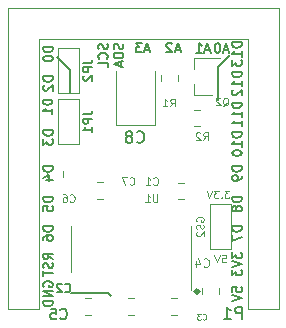
<source format=gbr>
G04 #@! TF.GenerationSoftware,KiCad,Pcbnew,(5.1.5)-3*
G04 #@! TF.CreationDate,2020-12-08T16:15:33+01:00*
G04 #@! TF.ProjectId,Microduino_UART,4d696372-6f64-4756-996e-6f5f55415254,0.0*
G04 #@! TF.SameCoordinates,Original*
G04 #@! TF.FileFunction,Legend,Bot*
G04 #@! TF.FilePolarity,Positive*
%FSLAX46Y46*%
G04 Gerber Fmt 4.6, Leading zero omitted, Abs format (unit mm)*
G04 Created by KiCad (PCBNEW (5.1.5)-3) date 2020-12-08 16:15:33*
%MOMM*%
%LPD*%
G04 APERTURE LIST*
%ADD10C,0.099200*%
%ADD11C,0.302400*%
%ADD12C,0.150000*%
%ADD13C,0.120000*%
%ADD14C,0.100140*%
%ADD15C,0.124600*%
G04 APERTURE END LIST*
D10*
X158085342Y-84864114D02*
X158392200Y-84864114D01*
X158422885Y-85170971D01*
X158392200Y-85140285D01*
X158330828Y-85109600D01*
X158177400Y-85109600D01*
X158116028Y-85140285D01*
X158085342Y-85170971D01*
X158054657Y-85232342D01*
X158054657Y-85385771D01*
X158085342Y-85447142D01*
X158116028Y-85477828D01*
X158177400Y-85508514D01*
X158330828Y-85508514D01*
X158392200Y-85477828D01*
X158422885Y-85447142D01*
X157870542Y-84864114D02*
X157655742Y-85508514D01*
X157440942Y-84864114D01*
X158710657Y-79428514D02*
X158311742Y-79428514D01*
X158526542Y-79674000D01*
X158434485Y-79674000D01*
X158373114Y-79704685D01*
X158342428Y-79735371D01*
X158311742Y-79796742D01*
X158311742Y-79950171D01*
X158342428Y-80011542D01*
X158373114Y-80042228D01*
X158434485Y-80072914D01*
X158618600Y-80072914D01*
X158679971Y-80042228D01*
X158710657Y-80011542D01*
X158035571Y-80011542D02*
X158004885Y-80042228D01*
X158035571Y-80072914D01*
X158066257Y-80042228D01*
X158035571Y-80011542D01*
X158035571Y-80072914D01*
X157790085Y-79428514D02*
X157391171Y-79428514D01*
X157605971Y-79674000D01*
X157513914Y-79674000D01*
X157452542Y-79704685D01*
X157421857Y-79735371D01*
X157391171Y-79796742D01*
X157391171Y-79950171D01*
X157421857Y-80011542D01*
X157452542Y-80042228D01*
X157513914Y-80072914D01*
X157698028Y-80072914D01*
X157759400Y-80042228D01*
X157790085Y-80011542D01*
X157207057Y-79428514D02*
X156992257Y-80072914D01*
X156777457Y-79428514D01*
D11*
X156104486Y-87960200D02*
G75*
G03X156104486Y-87960200I-148486J0D01*
G01*
D12*
X148437600Y-88112600D02*
X148717000Y-88341200D01*
X145262600Y-88112600D02*
X148437600Y-88112600D01*
D13*
X154855678Y-78753900D02*
X154338522Y-78753900D01*
X154855678Y-80173900D02*
X154338522Y-80173900D01*
X150626578Y-88507500D02*
X150109422Y-88507500D01*
X150626578Y-89927500D02*
X150109422Y-89927500D01*
X154271478Y-89940200D02*
X153754322Y-89940200D01*
X154271478Y-88520200D02*
X153754322Y-88520200D01*
X156389000Y-88155278D02*
X156389000Y-87638122D01*
X157809000Y-88155278D02*
X157809000Y-87638122D01*
X146981678Y-88507500D02*
X146464522Y-88507500D01*
X146981678Y-89927500D02*
X146464522Y-89927500D01*
X145936700Y-71699200D02*
X145936700Y-75519200D01*
X145936700Y-75519200D02*
X144156700Y-75519200D01*
X144156700Y-75519200D02*
X144156700Y-71699200D01*
X145936700Y-71699200D02*
X144156700Y-71699200D01*
X145936700Y-67355800D02*
X144156700Y-67355800D01*
X144156700Y-71175800D02*
X144156700Y-67355800D01*
X145936700Y-71175800D02*
X144156700Y-71175800D01*
X145936700Y-67355800D02*
X145936700Y-71175800D01*
D12*
X145169400Y-69263400D02*
X144069400Y-68163400D01*
X145169400Y-69263400D02*
X145169400Y-71063400D01*
X158769400Y-67963400D02*
X157769400Y-68963400D01*
X157769400Y-68963400D02*
X157769400Y-71763400D01*
D13*
X139919400Y-89493400D02*
X139919400Y-63973400D01*
X139919400Y-63973400D02*
X162899400Y-63973400D01*
X162899400Y-89493400D02*
X162899400Y-63973400D01*
X160239400Y-89493400D02*
X160239400Y-66633400D01*
X160239400Y-66633400D02*
X142579400Y-66633400D01*
X142579400Y-89493400D02*
X142579400Y-66633400D01*
X142579400Y-89493400D02*
X142579400Y-82683400D01*
X162899400Y-89493400D02*
X160239400Y-89493400D01*
X139919400Y-89493400D02*
X142579400Y-89493400D01*
X162899400Y-67843400D02*
X162899400Y-66513400D01*
X155729400Y-71379200D02*
X155729400Y-70449200D01*
X155729400Y-68219200D02*
X155729400Y-69149200D01*
X155729400Y-68219200D02*
X157889400Y-68219200D01*
X155729400Y-71379200D02*
X157189400Y-71379200D01*
X152921900Y-70133978D02*
X152921900Y-69616822D01*
X154341900Y-70133978D02*
X154341900Y-69616822D01*
X156189178Y-72581700D02*
X155672022Y-72581700D01*
X156189178Y-74001700D02*
X155672022Y-74001700D01*
X145295300Y-84366100D02*
X145295300Y-82416100D01*
X145295300Y-84366100D02*
X145295300Y-86316100D01*
X155415300Y-84366100D02*
X155415300Y-82416100D01*
X155415300Y-84366100D02*
X155415300Y-87816100D01*
X143231800Y-77770222D02*
X143231800Y-78287378D01*
X144651800Y-77770222D02*
X144651800Y-78287378D01*
X148010378Y-80110400D02*
X147493222Y-80110400D01*
X148010378Y-78690400D02*
X147493222Y-78690400D01*
X157059900Y-84383800D02*
X157059900Y-80563800D01*
X157059900Y-80563800D02*
X158839900Y-80563800D01*
X158839900Y-80563800D02*
X158839900Y-84383800D01*
X157059900Y-84383800D02*
X158839900Y-84383800D01*
X152373600Y-73856500D02*
X152373600Y-69306500D01*
X149073600Y-73856500D02*
X149073600Y-69306500D01*
X152373600Y-73856500D02*
X149073600Y-73856500D01*
D14*
X152266100Y-78893942D02*
X152296785Y-78924628D01*
X152388842Y-78955314D01*
X152450214Y-78955314D01*
X152542271Y-78924628D01*
X152603642Y-78863257D01*
X152634328Y-78801885D01*
X152665014Y-78679142D01*
X152665014Y-78587085D01*
X152634328Y-78464342D01*
X152603642Y-78402971D01*
X152542271Y-78341600D01*
X152450214Y-78310914D01*
X152388842Y-78310914D01*
X152296785Y-78341600D01*
X152266100Y-78372285D01*
X151652385Y-78955314D02*
X152020614Y-78955314D01*
X151836500Y-78955314D02*
X151836500Y-78310914D01*
X151897871Y-78402971D01*
X151959242Y-78464342D01*
X152020614Y-78495028D01*
D12*
X144777333Y-87985328D02*
X144812857Y-88020852D01*
X144919428Y-88056376D01*
X144990476Y-88056376D01*
X145097047Y-88020852D01*
X145168095Y-87949804D01*
X145203619Y-87878757D01*
X145239142Y-87736661D01*
X145239142Y-87630090D01*
X145203619Y-87487995D01*
X145168095Y-87416947D01*
X145097047Y-87345900D01*
X144990476Y-87310376D01*
X144919428Y-87310376D01*
X144812857Y-87345900D01*
X144777333Y-87381423D01*
X144493142Y-87381423D02*
X144457619Y-87345900D01*
X144386571Y-87310376D01*
X144208952Y-87310376D01*
X144137904Y-87345900D01*
X144102380Y-87381423D01*
X144066857Y-87452471D01*
X144066857Y-87523519D01*
X144102380Y-87630090D01*
X144528666Y-88056376D01*
X144066857Y-88056376D01*
D10*
X156444400Y-90307614D02*
X156467828Y-90331042D01*
X156538114Y-90354471D01*
X156584971Y-90354471D01*
X156655257Y-90331042D01*
X156702114Y-90284185D01*
X156725542Y-90237328D01*
X156748971Y-90143614D01*
X156748971Y-90073328D01*
X156725542Y-89979614D01*
X156702114Y-89932757D01*
X156655257Y-89885900D01*
X156584971Y-89862471D01*
X156538114Y-89862471D01*
X156467828Y-89885900D01*
X156444400Y-89909328D01*
X156280400Y-89862471D02*
X155975828Y-89862471D01*
X156139828Y-90049900D01*
X156069542Y-90049900D01*
X156022685Y-90073328D01*
X155999257Y-90096757D01*
X155975828Y-90143614D01*
X155975828Y-90260757D01*
X155999257Y-90307614D01*
X156022685Y-90331042D01*
X156069542Y-90354471D01*
X156210114Y-90354471D01*
X156256971Y-90331042D01*
X156280400Y-90307614D01*
D15*
X156524833Y-85839028D02*
X156560357Y-85874552D01*
X156666928Y-85910076D01*
X156737976Y-85910076D01*
X156844547Y-85874552D01*
X156915595Y-85803504D01*
X156951119Y-85732457D01*
X156986642Y-85590361D01*
X156986642Y-85483790D01*
X156951119Y-85341695D01*
X156915595Y-85270647D01*
X156844547Y-85199600D01*
X156737976Y-85164076D01*
X156666928Y-85164076D01*
X156560357Y-85199600D01*
X156524833Y-85235123D01*
X155885404Y-85412742D02*
X155885404Y-85910076D01*
X156063023Y-85128552D02*
X156240642Y-85661409D01*
X155778833Y-85661409D01*
D12*
X144370933Y-90236857D02*
X144413714Y-90279638D01*
X144542057Y-90322419D01*
X144627619Y-90322419D01*
X144755961Y-90279638D01*
X144841523Y-90194076D01*
X144884304Y-90108514D01*
X144927085Y-89937390D01*
X144927085Y-89809047D01*
X144884304Y-89637923D01*
X144841523Y-89552361D01*
X144755961Y-89466800D01*
X144627619Y-89424019D01*
X144542057Y-89424019D01*
X144413714Y-89466800D01*
X144370933Y-89509580D01*
X143558095Y-89424019D02*
X143985904Y-89424019D01*
X144028685Y-89851828D01*
X143985904Y-89809047D01*
X143900342Y-89766266D01*
X143686438Y-89766266D01*
X143600876Y-89809047D01*
X143558095Y-89851828D01*
X143515314Y-89937390D01*
X143515314Y-90151295D01*
X143558095Y-90236857D01*
X143600876Y-90279638D01*
X143686438Y-90322419D01*
X143900342Y-90322419D01*
X143985904Y-90279638D01*
X144028685Y-90236857D01*
X146338176Y-72987533D02*
X146871033Y-72987533D01*
X146977604Y-72952009D01*
X147048652Y-72880961D01*
X147084176Y-72774390D01*
X147084176Y-72703342D01*
X147084176Y-73342771D02*
X146338176Y-73342771D01*
X146338176Y-73626961D01*
X146373700Y-73698009D01*
X146409223Y-73733533D01*
X146480271Y-73769057D01*
X146586842Y-73769057D01*
X146657890Y-73733533D01*
X146693414Y-73698009D01*
X146728938Y-73626961D01*
X146728938Y-73342771D01*
X147084176Y-74479533D02*
X147084176Y-74053247D01*
X147084176Y-74266390D02*
X146338176Y-74266390D01*
X146444747Y-74195342D01*
X146515795Y-74124295D01*
X146551319Y-74053247D01*
X146338176Y-68644133D02*
X146871033Y-68644133D01*
X146977604Y-68608609D01*
X147048652Y-68537561D01*
X147084176Y-68430990D01*
X147084176Y-68359942D01*
X147084176Y-68999371D02*
X146338176Y-68999371D01*
X146338176Y-69283561D01*
X146373700Y-69354609D01*
X146409223Y-69390133D01*
X146480271Y-69425657D01*
X146586842Y-69425657D01*
X146657890Y-69390133D01*
X146693414Y-69354609D01*
X146728938Y-69283561D01*
X146728938Y-68999371D01*
X146409223Y-69709847D02*
X146373700Y-69745371D01*
X146338176Y-69816419D01*
X146338176Y-69994038D01*
X146373700Y-70065085D01*
X146409223Y-70100609D01*
X146480271Y-70136133D01*
X146551319Y-70136133D01*
X146657890Y-70100609D01*
X147084176Y-69674323D01*
X147084176Y-70136133D01*
X159767495Y-90292180D02*
X159767495Y-89292180D01*
X159386542Y-89292180D01*
X159291304Y-89339800D01*
X159243685Y-89387419D01*
X159196066Y-89482657D01*
X159196066Y-89625514D01*
X159243685Y-89720752D01*
X159291304Y-89768371D01*
X159386542Y-89815990D01*
X159767495Y-89815990D01*
X158243685Y-90292180D02*
X158815114Y-90292180D01*
X158529400Y-90292180D02*
X158529400Y-89292180D01*
X158624638Y-89435038D01*
X158719876Y-89530276D01*
X158815114Y-89577895D01*
X142969400Y-87553876D02*
X142931304Y-87477685D01*
X142931304Y-87363400D01*
X142969400Y-87249114D01*
X143045590Y-87172923D01*
X143121780Y-87134828D01*
X143274161Y-87096733D01*
X143388447Y-87096733D01*
X143540828Y-87134828D01*
X143617019Y-87172923D01*
X143693209Y-87249114D01*
X143731304Y-87363400D01*
X143731304Y-87439590D01*
X143693209Y-87553876D01*
X143655114Y-87591971D01*
X143388447Y-87591971D01*
X143388447Y-87439590D01*
X143731304Y-87934828D02*
X142931304Y-87934828D01*
X143731304Y-88391971D01*
X142931304Y-88391971D01*
X143731304Y-88772923D02*
X142931304Y-88772923D01*
X142931304Y-88963400D01*
X142969400Y-89077685D01*
X143045590Y-89153876D01*
X143121780Y-89191971D01*
X143274161Y-89230066D01*
X143388447Y-89230066D01*
X143540828Y-89191971D01*
X143617019Y-89153876D01*
X143693209Y-89077685D01*
X143731304Y-88963400D01*
X143731304Y-88772923D01*
X143731304Y-85225304D02*
X143350352Y-84958638D01*
X143731304Y-84768161D02*
X142931304Y-84768161D01*
X142931304Y-85072923D01*
X142969400Y-85149114D01*
X143007495Y-85187209D01*
X143083685Y-85225304D01*
X143197971Y-85225304D01*
X143274161Y-85187209D01*
X143312257Y-85149114D01*
X143350352Y-85072923D01*
X143350352Y-84768161D01*
X143693209Y-85530066D02*
X143731304Y-85644352D01*
X143731304Y-85834828D01*
X143693209Y-85911019D01*
X143655114Y-85949114D01*
X143578923Y-85987209D01*
X143502733Y-85987209D01*
X143426542Y-85949114D01*
X143388447Y-85911019D01*
X143350352Y-85834828D01*
X143312257Y-85682447D01*
X143274161Y-85606257D01*
X143236066Y-85568161D01*
X143159876Y-85530066D01*
X143083685Y-85530066D01*
X143007495Y-85568161D01*
X142969400Y-85606257D01*
X142931304Y-85682447D01*
X142931304Y-85872923D01*
X142969400Y-85987209D01*
X142931304Y-86215780D02*
X142931304Y-86672923D01*
X143731304Y-86444352D02*
X142931304Y-86444352D01*
X143731304Y-82472923D02*
X142931304Y-82472923D01*
X142931304Y-82663400D01*
X142969400Y-82777685D01*
X143045590Y-82853876D01*
X143121780Y-82891971D01*
X143274161Y-82930066D01*
X143388447Y-82930066D01*
X143540828Y-82891971D01*
X143617019Y-82853876D01*
X143693209Y-82777685D01*
X143731304Y-82663400D01*
X143731304Y-82472923D01*
X142931304Y-83615780D02*
X142931304Y-83463400D01*
X142969400Y-83387209D01*
X143007495Y-83349114D01*
X143121780Y-83272923D01*
X143274161Y-83234828D01*
X143578923Y-83234828D01*
X143655114Y-83272923D01*
X143693209Y-83311019D01*
X143731304Y-83387209D01*
X143731304Y-83539590D01*
X143693209Y-83615780D01*
X143655114Y-83653876D01*
X143578923Y-83691971D01*
X143388447Y-83691971D01*
X143312257Y-83653876D01*
X143274161Y-83615780D01*
X143236066Y-83539590D01*
X143236066Y-83387209D01*
X143274161Y-83311019D01*
X143312257Y-83272923D01*
X143388447Y-83234828D01*
X143731304Y-79972923D02*
X142931304Y-79972923D01*
X142931304Y-80163400D01*
X142969400Y-80277685D01*
X143045590Y-80353876D01*
X143121780Y-80391971D01*
X143274161Y-80430066D01*
X143388447Y-80430066D01*
X143540828Y-80391971D01*
X143617019Y-80353876D01*
X143693209Y-80277685D01*
X143731304Y-80163400D01*
X143731304Y-79972923D01*
X142931304Y-81153876D02*
X142931304Y-80772923D01*
X143312257Y-80734828D01*
X143274161Y-80772923D01*
X143236066Y-80849114D01*
X143236066Y-81039590D01*
X143274161Y-81115780D01*
X143312257Y-81153876D01*
X143388447Y-81191971D01*
X143578923Y-81191971D01*
X143655114Y-81153876D01*
X143693209Y-81115780D01*
X143731304Y-81039590D01*
X143731304Y-80849114D01*
X143693209Y-80772923D01*
X143655114Y-80734828D01*
X143731304Y-77372923D02*
X142931304Y-77372923D01*
X142931304Y-77563400D01*
X142969400Y-77677685D01*
X143045590Y-77753876D01*
X143121780Y-77791971D01*
X143274161Y-77830066D01*
X143388447Y-77830066D01*
X143540828Y-77791971D01*
X143617019Y-77753876D01*
X143693209Y-77677685D01*
X143731304Y-77563400D01*
X143731304Y-77372923D01*
X143197971Y-78515780D02*
X143731304Y-78515780D01*
X142893209Y-78325304D02*
X143464638Y-78134828D01*
X143464638Y-78630066D01*
X143757604Y-74326823D02*
X142957604Y-74326823D01*
X142957604Y-74517300D01*
X142995700Y-74631585D01*
X143071890Y-74707776D01*
X143148080Y-74745871D01*
X143300461Y-74783966D01*
X143414747Y-74783966D01*
X143567128Y-74745871D01*
X143643319Y-74707776D01*
X143719509Y-74631585D01*
X143757604Y-74517300D01*
X143757604Y-74326823D01*
X142957604Y-75050633D02*
X142957604Y-75545871D01*
X143262366Y-75279204D01*
X143262366Y-75393490D01*
X143300461Y-75469680D01*
X143338557Y-75507776D01*
X143414747Y-75545871D01*
X143605223Y-75545871D01*
X143681414Y-75507776D01*
X143719509Y-75469680D01*
X143757604Y-75393490D01*
X143757604Y-75164919D01*
X143719509Y-75088728D01*
X143681414Y-75050633D01*
X143719504Y-71723323D02*
X142919504Y-71723323D01*
X142919504Y-71913800D01*
X142957600Y-72028085D01*
X143033790Y-72104276D01*
X143109980Y-72142371D01*
X143262361Y-72180466D01*
X143376647Y-72180466D01*
X143529028Y-72142371D01*
X143605219Y-72104276D01*
X143681409Y-72028085D01*
X143719504Y-71913800D01*
X143719504Y-71723323D01*
X143719504Y-72942371D02*
X143719504Y-72485228D01*
X143719504Y-72713800D02*
X142919504Y-72713800D01*
X143033790Y-72637609D01*
X143109980Y-72561419D01*
X143148076Y-72485228D01*
X143731304Y-69772923D02*
X142931304Y-69772923D01*
X142931304Y-69963400D01*
X142969400Y-70077685D01*
X143045590Y-70153876D01*
X143121780Y-70191971D01*
X143274161Y-70230066D01*
X143388447Y-70230066D01*
X143540828Y-70191971D01*
X143617019Y-70153876D01*
X143693209Y-70077685D01*
X143731304Y-69963400D01*
X143731304Y-69772923D01*
X143007495Y-70534828D02*
X142969400Y-70572923D01*
X142931304Y-70649114D01*
X142931304Y-70839590D01*
X142969400Y-70915780D01*
X143007495Y-70953876D01*
X143083685Y-70991971D01*
X143159876Y-70991971D01*
X143274161Y-70953876D01*
X143731304Y-70496733D01*
X143731304Y-70991971D01*
X143731304Y-67272923D02*
X142931304Y-67272923D01*
X142931304Y-67463400D01*
X142969400Y-67577685D01*
X143045590Y-67653876D01*
X143121780Y-67691971D01*
X143274161Y-67730066D01*
X143388447Y-67730066D01*
X143540828Y-67691971D01*
X143617019Y-67653876D01*
X143693209Y-67577685D01*
X143731304Y-67463400D01*
X143731304Y-67272923D01*
X142931304Y-68225304D02*
X142931304Y-68301495D01*
X142969400Y-68377685D01*
X143007495Y-68415780D01*
X143083685Y-68453876D01*
X143236066Y-68491971D01*
X143426542Y-68491971D01*
X143578923Y-68453876D01*
X143655114Y-68415780D01*
X143693209Y-68377685D01*
X143731304Y-68301495D01*
X143731304Y-68225304D01*
X143693209Y-68149114D01*
X143655114Y-68111019D01*
X143578923Y-68072923D01*
X143426542Y-68034828D01*
X143236066Y-68034828D01*
X143083685Y-68072923D01*
X143007495Y-68111019D01*
X142969400Y-68149114D01*
X142931304Y-68225304D01*
X148355009Y-67005319D02*
X148393104Y-67119604D01*
X148393104Y-67310080D01*
X148355009Y-67386271D01*
X148316914Y-67424366D01*
X148240723Y-67462461D01*
X148164533Y-67462461D01*
X148088342Y-67424366D01*
X148050247Y-67386271D01*
X148012152Y-67310080D01*
X147974057Y-67157700D01*
X147935961Y-67081509D01*
X147897866Y-67043414D01*
X147821676Y-67005319D01*
X147745485Y-67005319D01*
X147669295Y-67043414D01*
X147631200Y-67081509D01*
X147593104Y-67157700D01*
X147593104Y-67348176D01*
X147631200Y-67462461D01*
X148316914Y-68262461D02*
X148355009Y-68224366D01*
X148393104Y-68110080D01*
X148393104Y-68033890D01*
X148355009Y-67919604D01*
X148278819Y-67843414D01*
X148202628Y-67805319D01*
X148050247Y-67767223D01*
X147935961Y-67767223D01*
X147783580Y-67805319D01*
X147707390Y-67843414D01*
X147631200Y-67919604D01*
X147593104Y-68033890D01*
X147593104Y-68110080D01*
X147631200Y-68224366D01*
X147669295Y-68262461D01*
X148393104Y-68986271D02*
X148393104Y-68605319D01*
X147593104Y-68605319D01*
X149688509Y-66986271D02*
X149726604Y-67100557D01*
X149726604Y-67291033D01*
X149688509Y-67367223D01*
X149650414Y-67405319D01*
X149574223Y-67443414D01*
X149498033Y-67443414D01*
X149421842Y-67405319D01*
X149383747Y-67367223D01*
X149345652Y-67291033D01*
X149307557Y-67138652D01*
X149269461Y-67062461D01*
X149231366Y-67024366D01*
X149155176Y-66986271D01*
X149078985Y-66986271D01*
X149002795Y-67024366D01*
X148964700Y-67062461D01*
X148926604Y-67138652D01*
X148926604Y-67329128D01*
X148964700Y-67443414D01*
X149726604Y-67786271D02*
X148926604Y-67786271D01*
X148926604Y-67976747D01*
X148964700Y-68091033D01*
X149040890Y-68167223D01*
X149117080Y-68205319D01*
X149269461Y-68243414D01*
X149383747Y-68243414D01*
X149536128Y-68205319D01*
X149612319Y-68167223D01*
X149688509Y-68091033D01*
X149726604Y-67976747D01*
X149726604Y-67786271D01*
X149498033Y-68548176D02*
X149498033Y-68929128D01*
X149726604Y-68471985D02*
X148926604Y-68738652D01*
X149726604Y-69005319D01*
X151930028Y-67506833D02*
X151549076Y-67506833D01*
X152006219Y-67735404D02*
X151739552Y-66935404D01*
X151472885Y-67735404D01*
X151282409Y-66935404D02*
X150787171Y-66935404D01*
X151053838Y-67240166D01*
X150939552Y-67240166D01*
X150863361Y-67278261D01*
X150825266Y-67316357D01*
X150787171Y-67392547D01*
X150787171Y-67583023D01*
X150825266Y-67659214D01*
X150863361Y-67697309D01*
X150939552Y-67735404D01*
X151168123Y-67735404D01*
X151244314Y-67697309D01*
X151282409Y-67659214D01*
X154520828Y-67494133D02*
X154139876Y-67494133D01*
X154597019Y-67722704D02*
X154330352Y-66922704D01*
X154063685Y-67722704D01*
X153835114Y-66998895D02*
X153797019Y-66960800D01*
X153720828Y-66922704D01*
X153530352Y-66922704D01*
X153454161Y-66960800D01*
X153416066Y-66998895D01*
X153377971Y-67075085D01*
X153377971Y-67151276D01*
X153416066Y-67265561D01*
X153873209Y-67722704D01*
X153377971Y-67722704D01*
X157035428Y-67519533D02*
X156654476Y-67519533D01*
X157111619Y-67748104D02*
X156844952Y-66948104D01*
X156578285Y-67748104D01*
X155892571Y-67748104D02*
X156349714Y-67748104D01*
X156121142Y-67748104D02*
X156121142Y-66948104D01*
X156197333Y-67062390D01*
X156273523Y-67138580D01*
X156349714Y-67176676D01*
X158597528Y-67519533D02*
X158216576Y-67519533D01*
X158673719Y-67748104D02*
X158407052Y-66948104D01*
X158140385Y-67748104D01*
X157721338Y-66948104D02*
X157645147Y-66948104D01*
X157568957Y-66986200D01*
X157530861Y-67024295D01*
X157492766Y-67100485D01*
X157454671Y-67252866D01*
X157454671Y-67443342D01*
X157492766Y-67595723D01*
X157530861Y-67671914D01*
X157568957Y-67710009D01*
X157645147Y-67748104D01*
X157721338Y-67748104D01*
X157797528Y-67710009D01*
X157835623Y-67671914D01*
X157873719Y-67595723D01*
X157911814Y-67443342D01*
X157911814Y-67252866D01*
X157873719Y-67100485D01*
X157835623Y-67024295D01*
X157797528Y-66986200D01*
X157721338Y-66948104D01*
X159731304Y-66891971D02*
X158931304Y-66891971D01*
X158931304Y-67082447D01*
X158969400Y-67196733D01*
X159045590Y-67272923D01*
X159121780Y-67311019D01*
X159274161Y-67349114D01*
X159388447Y-67349114D01*
X159540828Y-67311019D01*
X159617019Y-67272923D01*
X159693209Y-67196733D01*
X159731304Y-67082447D01*
X159731304Y-66891971D01*
X159731304Y-68111019D02*
X159731304Y-67653876D01*
X159731304Y-67882447D02*
X158931304Y-67882447D01*
X159045590Y-67806257D01*
X159121780Y-67730066D01*
X159159876Y-67653876D01*
X158931304Y-68377685D02*
X158931304Y-68872923D01*
X159236066Y-68606257D01*
X159236066Y-68720542D01*
X159274161Y-68796733D01*
X159312257Y-68834828D01*
X159388447Y-68872923D01*
X159578923Y-68872923D01*
X159655114Y-68834828D01*
X159693209Y-68796733D01*
X159731304Y-68720542D01*
X159731304Y-68491971D01*
X159693209Y-68415780D01*
X159655114Y-68377685D01*
X159731304Y-69391971D02*
X158931304Y-69391971D01*
X158931304Y-69582447D01*
X158969400Y-69696733D01*
X159045590Y-69772923D01*
X159121780Y-69811019D01*
X159274161Y-69849114D01*
X159388447Y-69849114D01*
X159540828Y-69811019D01*
X159617019Y-69772923D01*
X159693209Y-69696733D01*
X159731304Y-69582447D01*
X159731304Y-69391971D01*
X159731304Y-70611019D02*
X159731304Y-70153876D01*
X159731304Y-70382447D02*
X158931304Y-70382447D01*
X159045590Y-70306257D01*
X159121780Y-70230066D01*
X159159876Y-70153876D01*
X159007495Y-70915780D02*
X158969400Y-70953876D01*
X158931304Y-71030066D01*
X158931304Y-71220542D01*
X158969400Y-71296733D01*
X159007495Y-71334828D01*
X159083685Y-71372923D01*
X159159876Y-71372923D01*
X159274161Y-71334828D01*
X159731304Y-70877685D01*
X159731304Y-71372923D01*
X159731304Y-71991971D02*
X158931304Y-71991971D01*
X158931304Y-72182447D01*
X158969400Y-72296733D01*
X159045590Y-72372923D01*
X159121780Y-72411019D01*
X159274161Y-72449114D01*
X159388447Y-72449114D01*
X159540828Y-72411019D01*
X159617019Y-72372923D01*
X159693209Y-72296733D01*
X159731304Y-72182447D01*
X159731304Y-71991971D01*
X159731304Y-73211019D02*
X159731304Y-72753876D01*
X159731304Y-72982447D02*
X158931304Y-72982447D01*
X159045590Y-72906257D01*
X159121780Y-72830066D01*
X159159876Y-72753876D01*
X159731304Y-73972923D02*
X159731304Y-73515780D01*
X159731304Y-73744352D02*
X158931304Y-73744352D01*
X159045590Y-73668161D01*
X159121780Y-73591971D01*
X159159876Y-73515780D01*
X159731304Y-74491971D02*
X158931304Y-74491971D01*
X158931304Y-74682447D01*
X158969400Y-74796733D01*
X159045590Y-74872923D01*
X159121780Y-74911019D01*
X159274161Y-74949114D01*
X159388447Y-74949114D01*
X159540828Y-74911019D01*
X159617019Y-74872923D01*
X159693209Y-74796733D01*
X159731304Y-74682447D01*
X159731304Y-74491971D01*
X159731304Y-75711019D02*
X159731304Y-75253876D01*
X159731304Y-75482447D02*
X158931304Y-75482447D01*
X159045590Y-75406257D01*
X159121780Y-75330066D01*
X159159876Y-75253876D01*
X158931304Y-76206257D02*
X158931304Y-76282447D01*
X158969400Y-76358638D01*
X159007495Y-76396733D01*
X159083685Y-76434828D01*
X159236066Y-76472923D01*
X159426542Y-76472923D01*
X159578923Y-76434828D01*
X159655114Y-76396733D01*
X159693209Y-76358638D01*
X159731304Y-76282447D01*
X159731304Y-76206257D01*
X159693209Y-76130066D01*
X159655114Y-76091971D01*
X159578923Y-76053876D01*
X159426542Y-76015780D01*
X159236066Y-76015780D01*
X159083685Y-76053876D01*
X159007495Y-76091971D01*
X158969400Y-76130066D01*
X158931304Y-76206257D01*
X159731304Y-77372923D02*
X158931304Y-77372923D01*
X158931304Y-77563400D01*
X158969400Y-77677685D01*
X159045590Y-77753876D01*
X159121780Y-77791971D01*
X159274161Y-77830066D01*
X159388447Y-77830066D01*
X159540828Y-77791971D01*
X159617019Y-77753876D01*
X159693209Y-77677685D01*
X159731304Y-77563400D01*
X159731304Y-77372923D01*
X159731304Y-78211019D02*
X159731304Y-78363400D01*
X159693209Y-78439590D01*
X159655114Y-78477685D01*
X159540828Y-78553876D01*
X159388447Y-78591971D01*
X159083685Y-78591971D01*
X159007495Y-78553876D01*
X158969400Y-78515780D01*
X158931304Y-78439590D01*
X158931304Y-78287209D01*
X158969400Y-78211019D01*
X159007495Y-78172923D01*
X159083685Y-78134828D01*
X159274161Y-78134828D01*
X159350352Y-78172923D01*
X159388447Y-78211019D01*
X159426542Y-78287209D01*
X159426542Y-78439590D01*
X159388447Y-78515780D01*
X159350352Y-78553876D01*
X159274161Y-78591971D01*
X159731304Y-79972923D02*
X158931304Y-79972923D01*
X158931304Y-80163400D01*
X158969400Y-80277685D01*
X159045590Y-80353876D01*
X159121780Y-80391971D01*
X159274161Y-80430066D01*
X159388447Y-80430066D01*
X159540828Y-80391971D01*
X159617019Y-80353876D01*
X159693209Y-80277685D01*
X159731304Y-80163400D01*
X159731304Y-79972923D01*
X159274161Y-80887209D02*
X159236066Y-80811019D01*
X159197971Y-80772923D01*
X159121780Y-80734828D01*
X159083685Y-80734828D01*
X159007495Y-80772923D01*
X158969400Y-80811019D01*
X158931304Y-80887209D01*
X158931304Y-81039590D01*
X158969400Y-81115780D01*
X159007495Y-81153876D01*
X159083685Y-81191971D01*
X159121780Y-81191971D01*
X159197971Y-81153876D01*
X159236066Y-81115780D01*
X159274161Y-81039590D01*
X159274161Y-80887209D01*
X159312257Y-80811019D01*
X159350352Y-80772923D01*
X159426542Y-80734828D01*
X159578923Y-80734828D01*
X159655114Y-80772923D01*
X159693209Y-80811019D01*
X159731304Y-80887209D01*
X159731304Y-81039590D01*
X159693209Y-81115780D01*
X159655114Y-81153876D01*
X159578923Y-81191971D01*
X159426542Y-81191971D01*
X159350352Y-81153876D01*
X159312257Y-81115780D01*
X159274161Y-81039590D01*
X159731304Y-82472923D02*
X158931304Y-82472923D01*
X158931304Y-82663400D01*
X158969400Y-82777685D01*
X159045590Y-82853876D01*
X159121780Y-82891971D01*
X159274161Y-82930066D01*
X159388447Y-82930066D01*
X159540828Y-82891971D01*
X159617019Y-82853876D01*
X159693209Y-82777685D01*
X159731304Y-82663400D01*
X159731304Y-82472923D01*
X158931304Y-83196733D02*
X158931304Y-83730066D01*
X159731304Y-83387209D01*
X158931304Y-84672923D02*
X158931304Y-85168161D01*
X159236066Y-84901495D01*
X159236066Y-85015780D01*
X159274161Y-85091971D01*
X159312257Y-85130066D01*
X159388447Y-85168161D01*
X159578923Y-85168161D01*
X159655114Y-85130066D01*
X159693209Y-85091971D01*
X159731304Y-85015780D01*
X159731304Y-84787209D01*
X159693209Y-84711019D01*
X159655114Y-84672923D01*
X158931304Y-85396733D02*
X159731304Y-85663400D01*
X158931304Y-85930066D01*
X158931304Y-86120542D02*
X158931304Y-86615780D01*
X159236066Y-86349114D01*
X159236066Y-86463400D01*
X159274161Y-86539590D01*
X159312257Y-86577685D01*
X159388447Y-86615780D01*
X159578923Y-86615780D01*
X159655114Y-86577685D01*
X159693209Y-86539590D01*
X159731304Y-86463400D01*
X159731304Y-86234828D01*
X159693209Y-86158638D01*
X159655114Y-86120542D01*
X158931304Y-88011019D02*
X158931304Y-87630066D01*
X159312257Y-87591971D01*
X159274161Y-87630066D01*
X159236066Y-87706257D01*
X159236066Y-87896733D01*
X159274161Y-87972923D01*
X159312257Y-88011019D01*
X159388447Y-88049114D01*
X159578923Y-88049114D01*
X159655114Y-88011019D01*
X159693209Y-87972923D01*
X159731304Y-87896733D01*
X159731304Y-87706257D01*
X159693209Y-87630066D01*
X159655114Y-87591971D01*
X158931304Y-88277685D02*
X159731304Y-88544352D01*
X158931304Y-88811019D01*
D15*
X158163671Y-72272985D02*
X158225042Y-72242300D01*
X158286414Y-72180928D01*
X158378471Y-72088871D01*
X158439842Y-72058185D01*
X158501214Y-72058185D01*
X158470528Y-72211614D02*
X158531900Y-72180928D01*
X158593271Y-72119557D01*
X158623957Y-71996814D01*
X158623957Y-71782014D01*
X158593271Y-71659271D01*
X158531900Y-71597900D01*
X158470528Y-71567214D01*
X158347785Y-71567214D01*
X158286414Y-71597900D01*
X158225042Y-71659271D01*
X158194357Y-71782014D01*
X158194357Y-71996814D01*
X158225042Y-72119557D01*
X158286414Y-72180928D01*
X158347785Y-72211614D01*
X158470528Y-72211614D01*
X157948871Y-71628585D02*
X157918185Y-71597900D01*
X157856814Y-71567214D01*
X157703385Y-71567214D01*
X157642014Y-71597900D01*
X157611328Y-71628585D01*
X157580642Y-71689957D01*
X157580642Y-71751328D01*
X157611328Y-71843385D01*
X157979557Y-72211614D01*
X157580642Y-72211614D01*
X153688500Y-72313214D02*
X153903300Y-72006357D01*
X154056728Y-72313214D02*
X154056728Y-71668814D01*
X153811242Y-71668814D01*
X153749871Y-71699500D01*
X153719185Y-71730185D01*
X153688500Y-71791557D01*
X153688500Y-71883614D01*
X153719185Y-71944985D01*
X153749871Y-71975671D01*
X153811242Y-72006357D01*
X154056728Y-72006357D01*
X153074785Y-72313214D02*
X153443014Y-72313214D01*
X153258900Y-72313214D02*
X153258900Y-71668814D01*
X153320271Y-71760871D01*
X153381642Y-71822242D01*
X153443014Y-71852928D01*
X156482500Y-75158014D02*
X156697300Y-74851157D01*
X156850728Y-75158014D02*
X156850728Y-74513614D01*
X156605242Y-74513614D01*
X156543871Y-74544300D01*
X156513185Y-74574985D01*
X156482500Y-74636357D01*
X156482500Y-74728414D01*
X156513185Y-74789785D01*
X156543871Y-74820471D01*
X156605242Y-74851157D01*
X156850728Y-74851157D01*
X156237014Y-74574985D02*
X156206328Y-74544300D01*
X156144957Y-74513614D01*
X155991528Y-74513614D01*
X155930157Y-74544300D01*
X155899471Y-74574985D01*
X155868785Y-74636357D01*
X155868785Y-74697728D01*
X155899471Y-74789785D01*
X156267700Y-75158014D01*
X155868785Y-75158014D01*
D10*
X152611571Y-79758714D02*
X152611571Y-80280371D01*
X152580885Y-80341742D01*
X152550200Y-80372428D01*
X152488828Y-80403114D01*
X152366085Y-80403114D01*
X152304714Y-80372428D01*
X152274028Y-80341742D01*
X152243342Y-80280371D01*
X152243342Y-79758714D01*
X151598942Y-80403114D02*
X151967171Y-80403114D01*
X151783057Y-80403114D02*
X151783057Y-79758714D01*
X151844428Y-79850771D01*
X151905800Y-79912142D01*
X151967171Y-79942828D01*
X145204900Y-80341742D02*
X145235585Y-80372428D01*
X145327642Y-80403114D01*
X145389014Y-80403114D01*
X145481071Y-80372428D01*
X145542442Y-80311057D01*
X145573128Y-80249685D01*
X145603814Y-80126942D01*
X145603814Y-80034885D01*
X145573128Y-79912142D01*
X145542442Y-79850771D01*
X145481071Y-79789400D01*
X145389014Y-79758714D01*
X145327642Y-79758714D01*
X145235585Y-79789400D01*
X145204900Y-79820085D01*
X144652557Y-79758714D02*
X144775300Y-79758714D01*
X144836671Y-79789400D01*
X144867357Y-79820085D01*
X144928728Y-79912142D01*
X144959414Y-80034885D01*
X144959414Y-80280371D01*
X144928728Y-80341742D01*
X144898042Y-80372428D01*
X144836671Y-80403114D01*
X144713928Y-80403114D01*
X144652557Y-80372428D01*
X144621871Y-80341742D01*
X144591185Y-80280371D01*
X144591185Y-80126942D01*
X144621871Y-80065571D01*
X144652557Y-80034885D01*
X144713928Y-80004200D01*
X144836671Y-80004200D01*
X144898042Y-80034885D01*
X144928728Y-80065571D01*
X144959414Y-80126942D01*
X150246800Y-78881242D02*
X150277485Y-78911928D01*
X150369542Y-78942614D01*
X150430914Y-78942614D01*
X150522971Y-78911928D01*
X150584342Y-78850557D01*
X150615028Y-78789185D01*
X150645714Y-78666442D01*
X150645714Y-78574385D01*
X150615028Y-78451642D01*
X150584342Y-78390271D01*
X150522971Y-78328900D01*
X150430914Y-78298214D01*
X150369542Y-78298214D01*
X150277485Y-78328900D01*
X150246800Y-78359585D01*
X150032000Y-78298214D02*
X149602400Y-78298214D01*
X149878571Y-78942614D01*
X155927700Y-82028857D02*
X155897014Y-81967485D01*
X155897014Y-81875428D01*
X155927700Y-81783371D01*
X155989071Y-81722000D01*
X156050442Y-81691314D01*
X156173185Y-81660628D01*
X156265242Y-81660628D01*
X156387985Y-81691314D01*
X156449357Y-81722000D01*
X156510728Y-81783371D01*
X156541414Y-81875428D01*
X156541414Y-81936800D01*
X156510728Y-82028857D01*
X156480042Y-82059542D01*
X156265242Y-82059542D01*
X156265242Y-81936800D01*
X156510728Y-82305028D02*
X156541414Y-82397085D01*
X156541414Y-82550514D01*
X156510728Y-82611885D01*
X156480042Y-82642571D01*
X156418671Y-82673257D01*
X156357300Y-82673257D01*
X156295928Y-82642571D01*
X156265242Y-82611885D01*
X156234557Y-82550514D01*
X156203871Y-82427771D01*
X156173185Y-82366400D01*
X156142500Y-82335714D01*
X156081128Y-82305028D01*
X156019757Y-82305028D01*
X155958385Y-82335714D01*
X155927700Y-82366400D01*
X155897014Y-82427771D01*
X155897014Y-82581200D01*
X155927700Y-82673257D01*
X155958385Y-82918742D02*
X155927700Y-82949428D01*
X155897014Y-83010800D01*
X155897014Y-83164228D01*
X155927700Y-83225600D01*
X155958385Y-83256285D01*
X156019757Y-83286971D01*
X156081128Y-83286971D01*
X156173185Y-83256285D01*
X156541414Y-82888057D01*
X156541414Y-83286971D01*
D12*
X150864866Y-75312542D02*
X150912485Y-75360161D01*
X151055342Y-75407780D01*
X151150580Y-75407780D01*
X151293438Y-75360161D01*
X151388676Y-75264923D01*
X151436295Y-75169685D01*
X151483914Y-74979209D01*
X151483914Y-74836352D01*
X151436295Y-74645876D01*
X151388676Y-74550638D01*
X151293438Y-74455400D01*
X151150580Y-74407780D01*
X151055342Y-74407780D01*
X150912485Y-74455400D01*
X150864866Y-74503019D01*
X150293438Y-74836352D02*
X150388676Y-74788733D01*
X150436295Y-74741114D01*
X150483914Y-74645876D01*
X150483914Y-74598257D01*
X150436295Y-74503019D01*
X150388676Y-74455400D01*
X150293438Y-74407780D01*
X150102961Y-74407780D01*
X150007723Y-74455400D01*
X149960104Y-74503019D01*
X149912485Y-74598257D01*
X149912485Y-74645876D01*
X149960104Y-74741114D01*
X150007723Y-74788733D01*
X150102961Y-74836352D01*
X150293438Y-74836352D01*
X150388676Y-74883971D01*
X150436295Y-74931590D01*
X150483914Y-75026828D01*
X150483914Y-75217304D01*
X150436295Y-75312542D01*
X150388676Y-75360161D01*
X150293438Y-75407780D01*
X150102961Y-75407780D01*
X150007723Y-75360161D01*
X149960104Y-75312542D01*
X149912485Y-75217304D01*
X149912485Y-75026828D01*
X149960104Y-74931590D01*
X150007723Y-74883971D01*
X150102961Y-74836352D01*
M02*

</source>
